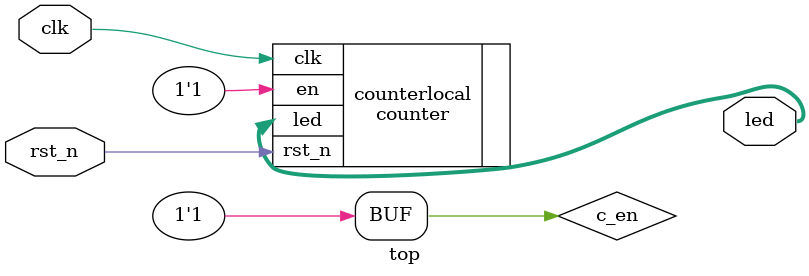
<source format=v>


//    assign led = pulse ? 4'b1111 : 4'b0000;
//endmodule

//1. 0 lighted
//2. rt_n 

// connect to counter
module top(
    input wire clk,
    input wire rst_n,
    output wire [3:0] led
);
//    reg [3:0] ledlocal;
    wire [3:0] count;
    wire c_en;

//.底层（顶层）
    counter counterlocal(
        .clk(clk),
        .en(c_en),
        .rst_n(rst_n),
//        .count(count)
//        .led(ledlocal)
        .led(led)
    );



    assign c_en = 1;

//    assign led = ledlocal;

//    assign led = count;
endmodule
        
</source>
